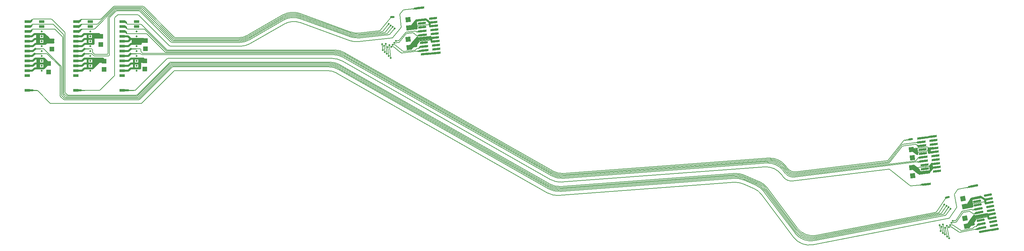
<source format=gbr>
*
G4_C Author: OrCAD GerbTool(tm) 8.1.1 Thu Jun 19 01:37:11 2003*
G4 Mass Parameters *
G4 Image *
G4 Aperture Definitions *
G4 Plot Data *
G4 Mass Parameters *
G4 Image *
G4 Aperture Definitions *
G4 Plot Data *
G4 Mass Parameters *
G4 Image *
G4 Aperture Definitions *
G4 Plot Data *
G4 Mass Parameters *
G4 Image *
G4 Aperture Definitions *
G4 Plot Data *
G4 Mass Parameters *
G4 Image *
G4 Aperture Definitions *
G4 Plot Data *
G4 Mass Parameters *
G4 Image *
G4 Aperture Definitions *
G4 Plot Data *
G4 Mass Parameters *
G4 Image *
G4 Aperture Definitions *
G4 Plot Data *
G4 Mass Parameters *
G4 Image *
G4 Aperture Definitions *
G4 Plot Data *
%LPD*%
%FSLAX34Y34*%
%MOIN*%
%AD*%
%AMD25R98*
20,1,0.025000,0.000000,-0.035000,0.000000,0.035000,98.600000*
%
%AMD10R98*
20,1,0.050000,-0.025000,0.000000,0.025000,0.000000,98.600000*
%
%AMD25R98N2*
20,1,0.025000,0.000000,-0.035000,0.000000,0.035000,98.600000*
%
%AMD10R98N2*
20,1,0.050000,-0.025000,0.000000,0.025000,0.000000,98.600000*
%
%AMD25R86*
20,1,0.025000,0.000000,-0.035000,0.000000,0.035000,86.080000*
%
%AMD10R86*
20,1,0.050000,-0.025000,0.000000,0.025000,0.000000,86.080000*
%
%AMD16R5*
20,1,0.025000,-0.035000,0.000000,0.035000,0.000000,5.450000*
%
%AMD10R5*
20,1,0.050000,-0.025000,0.000000,0.025000,0.000000,5.450000*
%
%AMD16R5N2*
20,1,0.025000,-0.035000,0.000000,0.035000,0.000000,5.450000*
%
%AMD10R5N2*
20,1,0.050000,-0.025000,0.000000,0.025000,0.000000,5.450000*
%
%AMD31R3*
20,1,0.025000,0.034920,-0.002390,-0.034920,0.002390,3.950000*
%
%AMD32R3*
20,1,0.050000,-0.001710,-0.024940,0.001710,0.024940,3.950000*
%
%AMD31R3N2*
20,1,0.025000,0.034920,-0.002390,-0.034920,0.002390,3.910000*
%
%AMD32R3N2*
20,1,0.050000,-0.001710,-0.024940,0.001710,0.024940,3.910000*
%
%AMD31R3N3*
20,1,0.025000,0.034920,-0.002390,-0.034920,0.002390,3.920000*
%
%AMD32R3N3*
20,1,0.050000,-0.001710,-0.024940,0.001710,0.024940,3.920000*
%
%AMD29R94*
20,1,0.022000,0.000000,-0.040000,0.000000,0.040000,94.300000*
%
%AMD42R94*
20,1,0.050000,-0.025000,0.000000,0.025000,0.000000,94.300000*
%
%AMD29R94N2*
20,1,0.022000,0.000000,-0.040000,0.000000,0.040000,94.000000*
%
%AMD42R94N2*
20,1,0.050000,-0.025000,0.000000,0.025000,0.000000,94.000000*
%
%AMD43R1*
20,1,0.022000,0.039890,0.003000,-0.039890,-0.003000,1.000000*
%
%AMD44R1*
20,1,0.050000,0.001870,-0.024930,-0.001870,0.024930,1.000000*
%
%AMD47R1*
20,1,0.022000,0.039830,0.003700,-0.039830,-0.003700,1.000000*
%
%AMD48R1*
20,1,0.050000,0.002300,-0.024890,-0.002300,0.024890,1.000000*
%
%AMD49R1*
20,1,0.022000,0.039760,0.004390,-0.039760,-0.004390,1.000000*
%
%AMD50R1*
20,1,0.050000,0.002730,-0.024850,-0.002730,0.024850,1.000000*
%
%AMD45R1*
20,1,0.022000,0.039900,0.002790,-0.039900,-0.002790,1.000000*
%
%AMD46R1*
20,1,0.050000,0.001740,-0.024940,-0.001740,0.024940,1.000000*
%
%AMD53R1*
20,1,0.022000,0.039850,0.003490,-0.039850,-0.003490,1.000000*
%
%AMD54R1*
20,1,0.050000,0.002170,-0.024910,-0.002170,0.024910,1.000000*
%
%AMD55R1*
20,1,0.022000,0.039780,0.004180,-0.039780,-0.004180,1.000000*
%
%AMD56R1*
20,1,0.050000,0.002600,-0.024870,-0.002600,0.024870,1.000000*
%
%AMD57R1*
20,1,0.022000,0.039700,0.004870,-0.039700,-0.004870,1.000000*
%
%AMD58R1*
20,1,0.050000,0.003030,-0.024820,-0.003030,0.024820,1.000000*
%
%AMD59R1*
20,1,0.022000,0.039610,0.005560,-0.039610,-0.005560,1.000000*
%
%AMD60R1*
20,1,0.050000,0.003460,-0.024760,-0.003460,0.024760,1.000000*
%
%AMD61R1*
20,1,0.022000,0.039510,0.006250,-0.039510,-0.006250,1.000000*
%
%AMD62R1*
20,1,0.050000,0.003890,-0.024700,-0.003890,0.024700,1.000000*
%
%AMD63R1*
20,1,0.022000,0.039390,0.006940,-0.039390,-0.006940,1.000000*
%
%AMD64R1*
20,1,0.050000,0.004320,-0.024630,-0.004320,0.024630,1.000000*
%
%AMD65R359*
20,1,0.022000,0.039260,0.007630,-0.039260,-0.007630,359.000000*
%
%AMD66R359*
20,1,0.050000,0.004750,-0.024550,-0.004750,0.024550,359.000000*
%
%AMD67R359*
20,1,0.022000,0.039390,0.006940,-0.039390,-0.006940,359.000000*
%
%AMD68R359*
20,1,0.050000,0.004320,-0.024630,-0.004320,0.024630,359.000000*
%
%AMD69R359*
20,1,0.022000,0.039510,0.006250,-0.039510,-0.006250,359.000000*
%
%AMD70R359*
20,1,0.050000,0.003890,-0.024700,-0.003890,0.024700,359.000000*
%
%AMD71R359*
20,1,0.022000,0.039610,0.005560,-0.039610,-0.005560,359.000000*
%
%AMD72R359*
20,1,0.050000,0.003460,-0.024760,-0.003460,0.024760,359.000000*
%
%AMD73R359*
20,1,0.022000,0.039700,0.004870,-0.039700,-0.004870,359.000000*
%
%AMD74R359*
20,1,0.050000,0.003030,-0.024820,-0.003030,0.024820,359.000000*
%
%AMD29R98*
20,1,0.022000,0.000000,-0.040000,0.000000,0.040000,98.100000*
%
%AMD42R98*
20,1,0.050000,-0.025000,0.000000,0.025000,0.000000,98.100000*
%
%AMD29R97*
20,1,0.022000,0.000000,-0.040000,0.000000,0.040000,97.000000*
%
%AMD42R97*
20,1,0.050000,-0.025000,0.000000,0.025000,0.000000,97.000000*
%
%AMD29R98N2*
20,1,0.022000,0.000000,-0.040000,0.000000,0.040000,98.000000*
%
%AMD42R98N2*
20,1,0.050000,-0.025000,0.000000,0.025000,0.000000,98.000000*
%
%AMD81R1*
20,1,0.022000,0.039610,0.005570,-0.039610,-0.005570,1.000000*
%
%AMD82R1*
20,1,0.050000,0.003480,-0.024760,-0.003480,0.024760,1.000000*
%
%AMD83R1*
20,1,0.022000,0.039510,0.006260,-0.039510,-0.006260,1.000000*
%
%AMD84R1*
20,1,0.050000,0.003910,-0.024700,-0.003910,0.024700,1.000000*
%
%AMD85R1*
20,1,0.022000,0.039390,0.006950,-0.039390,-0.006950,1.000000*
%
%AMD86R1*
20,1,0.050000,0.004340,-0.024630,-0.004340,0.024630,1.000000*
%
%AMD29R95*
20,1,0.022000,0.000000,-0.040000,0.000000,0.040000,95.000000*
%
%AMD42R95*
20,1,0.050000,-0.025000,0.000000,0.025000,0.000000,95.000000*
%
%AMD89R1*
20,1,0.022000,0.039850,0.003490,-0.039850,-0.003490,1.000000*
%
%AMD90R1*
20,1,0.050000,0.002180,-0.024900,-0.002180,0.024900,1.000000*
%
%ADD10R,0.050000X0.050000*%
%ADD11C,0.006000*%
%ADD12C,0.019000*%
%ADD13C,0.007900*%
%ADD14C,0.005000*%
%ADD15C,0.000800*%
%ADD16R,0.070000X0.025000*%
%ADD17R,0.068000X0.023000*%
%ADD18C,0.006000*%
%ADD19C,0.009800*%
%ADD20C,0.010000*%
%ADD21C,0.030000*%
%ADD22C,0.060000*%
%ADD23C,0.035000*%
%ADD24C,0.055000*%
%ADD25R,0.025000X0.070000*%
%ADD26D25R98*%
%ADD27R,0.029000X0.058000*%
%ADD28R,0.031000X0.060000*%
%ADD29R,0.022000X0.080000*%
%ADD30R,0.024000X0.082000*%
%ADD31R,0.030000X0.030000*%
%ADD32D10R86*%
%ADD33D16R5*%
%ADD34D10R5*%
%ADD35D16R5N2*%
%ADD36D10R5N2*%
%ADD37D31R3*%
%ADD38D32R3*%
%ADD39R,0.070000X0.025000*%
%ADD40D32R3N2*%
%ADD41R,0.070000X0.025000*%
%ADD42R,0.050000X0.050000*%
%ADD43D29R94*%
%ADD44D42R94*%
%ADD45D29R94N2*%
%ADD46D42R94N2*%
%ADD47D43R1*%
%ADD48D44R1*%
%ADD49D47R1*%
%ADD50D48R1*%
%ADD51D49R1*%
%ADD52D50R1*%
%ADD53D45R1*%
%ADD54D46R1*%
%ADD55D53R1*%
%ADD56D54R1*%
%ADD57D55R1*%
%ADD58D56R1*%
%ADD59D57R1*%
%ADD60D58R1*%
%ADD61D59R1*%
%ADD62D60R1*%
%ADD63D61R1*%
%ADD64D62R1*%
%ADD65D63R1*%
%ADD66D64R1*%
%ADD67D65R359*%
%ADD68D66R359*%
%ADD69D67R359*%
%ADD70D68R359*%
%ADD71D69R359*%
%ADD72D70R359*%
%ADD73D71R359*%
%ADD74D72R359*%
%ADD75D73R359*%
%ADD76D74R359*%
%ADD77D29R98*%
%ADD78D42R98*%
%ADD79D29R97*%
%ADD80D42R97*%
%ADD81D29R98N2*%
%ADD82D42R98N2*%
%ADD83D81R1*%
%ADD84D82R1*%
%ADD85D83R1*%
%ADD86D84R1*%
%ADD87D85R1*%
%ADD88D86R1*%
%ADD89D29R95*%
%ADD90D42R95*%
%ADD91D89R1*%
%ADD92D90R1*%
%ADD256R,0.058000X0.029000*%
G4_C OrCAD GerbTool Tool List *
G54D20*
G1X11511Y31881D2*
G1X11002Y31881D1*
G1X12194Y34141D2*
G54D12*
G1X12194Y34614D1*
G1X12194Y34259D2*
G1X12194Y34731D1*
G1X12247Y36636D2*
G1X12248Y37110D1*
G1X12165Y36131D2*
G54D11*
G1X11577Y36130D1*
G1X12265Y36031D2*
G75*
G3X12165Y36131I-100J0D1*
G74*
G1X11660Y31881D2*
G1X11398Y31881D1*
G1X11730Y31910D2*
G75*
G2X11660Y31881I-71J71D1*
G74*
G1X6202Y31879D2*
G54D12*
G1X5651Y31879D1*
G1X8044Y31882D2*
G54D11*
G1X6400Y31881D1*
G1X8114Y31911D2*
G75*
G2X8044Y31882I-71J71D1*
G74*
G1X6101Y31879D2*
G54D20*
G1X6542Y31879D1*
G1X1302Y31881D2*
G54D12*
G1X753Y31881D1*
G1X1712Y31881D2*
G54D20*
G1X1203Y31881D1*
G1X1782Y31850D2*
G75*
G54D11*
G3X1712Y31881I-71J-71D1*
G74*
G1X10942Y37381D2*
G54D12*
G1X10366Y37380D1*
G1X10497Y36380D2*
G1X10992Y36380D1*
G1X11243Y36632D1*
G1X10504Y35879D2*
G1X11003Y35879D1*
G1X10989Y34882D2*
G1X10442Y34882D1*
G1X10441Y34382D2*
G1X10988Y34382D1*
G1X11239Y34632D1*
G1X10975Y35381D2*
G1X11226Y35632D1*
G1X11240Y35132D2*
G1X10989Y34882D1*
G1X11230Y34132D2*
G1X10982Y33882D1*
G1X11003Y35879D2*
G1X11256Y36132D1*
G1X10987Y36884D2*
G1X10414Y36884D1*
G1X11235Y37132D2*
G1X10987Y36884D1*
G1X9600Y39239D2*
G75*
G54D11*
G2X9630Y39310I100J0D1*
G74*
G1X6302Y39124D2*
G1X6172Y39018D1*
G1X6242Y37378D2*
G54D12*
G1X6494Y37630D1*
G1X6291Y36378D2*
G1X6542Y36630D1*
G1X6288Y34380D2*
G1X6538Y34629D1*
G1X6274Y35380D2*
G1X6524Y35630D1*
G1X6538Y35129D2*
G1X6289Y34880D1*
G1X6529Y34130D2*
G1X6280Y33880D1*
G1X6524Y35630D2*
G54D20*
G1X7001Y35629D1*
G1X6302Y35878D2*
G54D12*
G1X6556Y36131D1*
G1X6556Y36130D2*
G54D20*
G1X7002Y36130D1*
G1X7803Y34630D2*
G54D12*
G1X6555Y34630D1*
G1X7854Y34629D2*
G1X7353Y34130D1*
G1X6529Y34130D1*
G1X6534Y37130D2*
G1X6287Y36881D1*
G1X7827Y34681D2*
G1X7377Y35130D1*
G1X7461Y37130D2*
G1X6534Y37130D1*
G1X6494Y37630D2*
G1X7461Y37630D1*
G1X7462Y36630D2*
G1X6542Y36630D1*
G1X8210Y34983D2*
G1X7709Y34484D1*
G1X6162Y38500D2*
G54D11*
G1X6298Y38612D1*
G75*
G2X6361Y38634I63J-78D1*
G74*
G1X6274Y38092D2*
G1X6167Y38005D1*
G1X6338Y38116D2*
G75*
G3X6274Y38092I0J-100D1*
G74*
G1X7225Y35630D2*
G1X6776Y35630D1*
G1X7297Y35600D2*
G75*
G3X7225Y35630I-71J-71D1*
G74*
G1X7369Y35741D2*
G75*
G2X7340Y35811I71J71D1*
G74*
G1X7340Y36029D1*
G1X7240Y36130D2*
G1X6776Y36130D1*
G1X7340Y36029D2*
G75*
G3X7240Y36130I-100J0D1*
G74*
G1X7535Y35574D2*
G1X7369Y35741D1*
G1X7606Y35544D2*
G75*
G2X7535Y35574I0J100D1*
G74*
G1X7487Y35409D2*
G1X7297Y35600D1*
G1X7558Y35380D2*
G75*
G2X7487Y35409I0J100D1*
G74*
G1X1016Y37775D2*
G1X1146Y37881D1*
G1X1016Y37988D1*
G1X1036Y37959D2*
G1X1036Y37805D1*
G1X1074Y37936D2*
G1X1073Y37827D1*
G1X1021Y37882D2*
G1X1146Y37881D1*
G1X1016Y38275D2*
G1X1146Y38382D1*
G1X1037Y38459D2*
G1X1036Y38305D1*
G1X1073Y38436D2*
G1X1074Y38328D1*
G1X1021Y38382D2*
G1X1146Y38382D1*
G1X1038Y38959D2*
G1X1037Y38805D1*
G1X1074Y38936D2*
G1X1075Y38828D1*
G1X1023Y38881D2*
G1X1147Y38882D1*
G1X1213Y38537D2*
G75*
G2X1312Y38637I100J0D1*
G74*
G1X1213Y38481D2*
G1X1213Y38537D1*
G1X1112Y38382D2*
G75*
G3X1213Y38481I0J100D1*
G74*
G1X1021Y37882D2*
G1X1146Y37881D1*
G1X1212Y38036D2*
G75*
G2X1312Y38136I100J0D1*
G74*
G1X1213Y37982D2*
G1X1212Y38036D1*
G1X1112Y37882D2*
G75*
G3X1213Y37982I0J100D1*
G74*
G1X1146Y38882D2*
G1X1016Y38988D1*
G1X1022Y38882D2*
G1X1146Y38882D1*
G1X1112Y38881D2*
G75*
G3X1212Y38982I0J100D1*
G74*
G1X1144Y38381D2*
G1X1015Y38488D1*
G1X1061Y38427D2*
G1X1186Y38426D1*
G1X1065Y38462D2*
G1X1190Y38462D1*
G1X1112Y38501D2*
G1X1242Y38607D1*
G1X1070Y38436D2*
G1X1200Y38542D1*
G1X1001Y38487D2*
G1X1125Y38486D1*
G1X1079Y38409D2*
G1X1209Y38515D1*
G1X1014Y38988D2*
G1X1140Y38988D1*
G1X1054Y38928D2*
G1X1178Y38928D1*
G1X1056Y38967D2*
G1X1181Y38966D1*
G1X1210Y39039D2*
G1X1080Y38932D1*
G1X1203Y38998D2*
G1X1073Y38892D1*
G1X1188Y38973D2*
G1X1058Y38867D1*
G1X1053Y38453D2*
G1X1183Y38560D1*
G1X1117Y38006D2*
G1X1247Y38112D1*
G1X1036Y37940D2*
G1X1166Y38046D1*
G1X977Y37987D2*
G1X1101Y37987D1*
G1X1069Y37926D2*
G1X1194Y37926D1*
G1X1072Y37959D2*
G1X1197Y37959D1*
G1X1076Y37986D2*
G1X1201Y37985D1*
G1X1071Y37927D2*
G1X1201Y38034D1*
G1X1212Y38982D2*
G1X1212Y39042D1*
G75*
G2X1313Y39142I100J0D1*
G74*
G1X1254Y39125D2*
G1X1124Y39019D1*
G1X1198Y39080D2*
G1X1068Y38974D1*
G1X1193Y37379D2*
G54D12*
G1X616Y37380D1*
G1X1193Y37379D2*
G1X1445Y37631D1*
G1X1085Y38941D2*
G54D11*
G1X1213Y39070D1*
G1X746Y36379D2*
G54D12*
G1X1242Y36379D1*
G1X754Y35879D2*
G1X1254Y35879D1*
G1X692Y33881D2*
G1X1192Y33881D1*
G1X1240Y34881D2*
G1X692Y34880D1*
G1X692Y34381D2*
G1X1238Y34381D1*
G1X692Y35381D2*
G1X1226Y35381D1*
G1X1475Y35631D1*
G1X1481Y34131D2*
G1X1231Y33881D1*
G1X1237Y36882D2*
G1X665Y36883D1*
G1X1485Y37131D2*
G1X1237Y36882D1*
G1X1028Y38785D2*
G54D11*
G1X1158Y38892D1*
G1X1606Y36131D2*
G54D20*
G1X2052Y36130D1*
G1X2905Y34631D2*
G54D12*
G1X2405Y34131D1*
G1X2877Y34681D2*
G1X2428Y35131D1*
G1X1291Y36379D2*
G1X1543Y36631D1*
G1X1287Y34381D2*
G1X1538Y34631D1*
G1X1538Y35130D2*
G1X1289Y34881D1*
G1X1303Y35879D2*
G1X1555Y36132D1*
G1X14950Y36001D2*
G75*
G54D11*
G2X14880Y36030I0J100D1*
G74*
G1X14878Y35881D2*
G75*
G2X14808Y35910I0J100D1*
G74*
G1X14797Y35761D2*
G75*
G2X14727Y35790I0J100D1*
G74*
G1X14932Y35112D2*
G1X11730Y31910D1*
G1X15002Y35141D2*
G75*
G3X14932Y35112I0J-100D1*
G74*
G1X15243Y34761D2*
G75*
G3X15173Y34732I0J-100D1*
G74*
G1X15231Y34612D2*
G75*
G2X15301Y34641I71J-71D1*
G74*
G1X15358Y34521D2*
G75*
G3X15288Y34492I0J-100D1*
G74*
G1X15351Y34372D2*
G75*
G2X15421Y34401I71J-71D1*
G74*
G1X15495Y34281D2*
G75*
G3X15425Y34252I0J-100D1*
G74*
G1X15620Y33872D2*
G75*
G2X15690Y33901I71J-71D1*
G74*
G1X9735Y39949D2*
G75*
G2X9805Y39978I71J-71D1*
G74*
G1X9661Y40069D2*
G75*
G2X9731Y40098I71J-71D1*
G74*
G1X9598Y40189D2*
G75*
G2X9668Y40218I71J-71D1*
G74*
G1X9541Y40309D2*
G75*
G2X9611Y40338I71J-71D1*
G74*
G1X9484Y40429D2*
G75*
G2X9554Y40458I71J-71D1*
G74*
G1X9630Y39310D2*
G1X9886Y39567D1*
G75*
G2X9956Y39596I71J-71D1*
G74*
G1X12126Y30951D2*
G1X15425Y34252D1*
G1X12056Y30922D2*
G75*
G3X12126Y30951I0J100D1*
G74*
G1X15351Y34372D2*
G1X12051Y31071D1*
G75*
G2X11981Y31042I-71J71D1*
G74*
G1X11988Y31191D2*
G1X15288Y34492D1*
G1X11918Y31162D2*
G75*
G3X11988Y31191I0J100D1*
G74*
G1X15231Y34612D2*
G1X11931Y31311D1*
G75*
G2X11861Y31282I-71J71D1*
G74*
G1X11873Y31431D2*
G1X15173Y34732D1*
G1X11803Y31402D2*
G75*
G3X11873Y31431I0J100D1*
G74*
G1X11803Y31402D2*
G1X4854Y31402D1*
G75*
G2X4784Y31431I0J100D1*
G74*
G1X4755Y31282D2*
G1X11861Y31282D1*
G1X4684Y31311D2*
G75*
G3X4755Y31282I71J71D1*
G74*
G1X11918Y31162D2*
G1X4657Y31162D1*
G75*
G2X4586Y31191I0J100D1*
G74*
G1X4582Y31042D2*
G1X11981Y31042D1*
G1X4512Y31071D2*
G75*
G3X4582Y31042I71J71D1*
G74*
G1X12056Y30922D2*
G1X4483Y30922D1*
G75*
G2X4413Y30951I0J100D1*
G74*
G1X4099Y31265D1*
G1X4070Y31335D2*
G75*
G3X4099Y31265I100J0D1*
G74*
G1X4512Y31071D2*
G1X4219Y31364D1*
G75*
G2X4190Y31434I71J71D1*
G74*
G1X4586Y31191D2*
G1X4339Y31440D1*
G75*
G2X4310Y31510I71J71D1*
G74*
G1X4459Y31538D2*
G1X4684Y31311D1*
G1X4430Y31608D2*
G75*
G3X4459Y31538I100J0D1*
G74*
G1X4784Y31431D2*
G1X4582Y31633D1*
G75*
G2X4553Y31703I71J71D1*
G74*
G1X4070Y31335D2*
G1X4070Y34240D1*
G75*
G3X4041Y34310I-100J0D1*
G74*
G1X4190Y31434D2*
G1X4190Y34290D1*
G75*
G3X4161Y34360I-100J0D1*
G74*
G1X4041Y34310D2*
G1X2748Y35602D1*
G1X2678Y35631D2*
G1X1828Y35631D1*
G1X2748Y35602D2*
G75*
G3X2678Y35631I-71J-71D1*
G74*
G1X4161Y34360D2*
G1X2419Y36102D1*
G1X2349Y36131D2*
G1X1827Y36131D1*
G1X2419Y36102D2*
G75*
G3X2349Y36131I-71J-71D1*
G74*
G1X4310Y31510D2*
G1X4310Y37285D1*
G75*
G3X4281Y37355I-100J0D1*
G74*
G1X4430Y31608D2*
G1X4430Y37505D1*
G75*
G3X4401Y37575I-100J0D1*
G74*
G1X4553Y31703D2*
G1X4553Y37741D1*
G75*
G3X4524Y37811I-100J0D1*
G74*
G1X4281Y37355D2*
G1X3530Y38107D1*
G75*
G3X3460Y38136I-71J-71D1*
G74*
G1X4401Y37575D2*
G1X3370Y38607D1*
G75*
G3X3300Y38636I-71J-71D1*
G74*
G1X4524Y37811D2*
G1X3223Y39112D1*
G75*
G3X3153Y39141I-71J-71D1*
G74*
G1X2405Y34131D2*
G54D12*
G1X1481Y34131D1*
G1X2854Y34631D2*
G1X1521Y34631D1*
G1X2428Y35131D2*
G1X1521Y35130D1*
G1X2152Y35631D2*
G54D20*
G1X1521Y35631D1*
G1X2513Y37131D2*
G54D12*
G1X1485Y37131D1*
G1X3300Y38636D2*
G54D11*
G1X1312Y38636D1*
G1X3153Y39141D2*
G1X1313Y39141D1*
G1X3460Y38136D2*
G1X1311Y38136D1*
G1X1782Y31850D2*
G1X3062Y30571D1*
G75*
G3X3132Y30542I71J71D1*
G74*
G1X12251Y30542D1*
G1X12321Y30571D2*
G1X15620Y33872D1*
G1X12251Y30542D2*
G75*
G3X12321Y30571I0J100D1*
G74*
G1X8114Y31911D2*
G1X9571Y33368D1*
G1X9600Y33438D2*
G1X9600Y39239D1*
G1X9571Y33368D2*
G75*
G3X9600Y33438I-71J71D1*
G74*
G1X5642Y33880D2*
G54D12*
G1X6241Y33880D1*
G1X5640Y34380D2*
G1X6288Y34380D1*
G1X6289Y34880D2*
G1X5641Y34879D1*
G1X5641Y35380D2*
G1X6274Y35380D1*
G1X5703Y35878D2*
G1X6302Y35878D1*
G1X5695Y36378D2*
G1X6291Y36378D1*
G1X6242Y37378D2*
G1X5565Y37379D1*
G1X6287Y36881D2*
G1X5613Y36882D1*
G1X6100Y37892D2*
G54D11*
G1X5970Y37997D1*
G1X5970Y37786D2*
G1X6100Y37892D1*
G1X5975Y37892D1*
G1X5990Y37969D2*
G1X5990Y37814D1*
G1X6100Y37892D2*
G1X5975Y37892D1*
G1X6023Y37936D2*
G1X6149Y37936D1*
G1X6066Y37892D2*
G75*
G3X6167Y37992I0J100D1*
G74*
G1X6030Y37996D2*
G1X6155Y37996D1*
G1X6025Y37938D2*
G1X6155Y38044D1*
G1X6166Y38033D2*
G1X6166Y38088D1*
G1X6188Y38111D2*
G1X5990Y37950D1*
G1X6028Y37946D2*
G1X6028Y37838D1*
G1X6026Y37969D2*
G1X6151Y37969D1*
G1X6250Y38134D2*
G75*
G3X6188Y38111I0J-101D1*
G74*
G1X6167Y37992D2*
G1X6167Y38047D1*
G1X6394Y38134D2*
G1X6250Y38134D1*
G1X5932Y37978D2*
G1X6045Y38031D1*
G1X6032Y38025D2*
G1X6145Y38077D1*
G1X6100Y38392D2*
G1X5970Y38497D1*
G1X5970Y38286D2*
G1X6100Y38392D1*
G1X5975Y38392D1*
G1X5990Y38469D2*
G1X5990Y38314D1*
G1X6100Y38392D2*
G1X5975Y38392D1*
G1X6023Y38436D2*
G1X6149Y38436D1*
G1X6066Y38392D2*
G75*
G3X6167Y38492I0J100D1*
G74*
G1X6030Y38496D2*
G1X6155Y38496D1*
G1X6025Y38438D2*
G1X6155Y38544D1*
G1X6166Y38533D2*
G1X6166Y38588D1*
G1X6188Y38611D2*
G1X5990Y38450D1*
G1X6028Y38446D2*
G1X6028Y38338D1*
G1X6026Y38469D2*
G1X6151Y38469D1*
G1X6250Y38634D2*
G75*
G3X6188Y38611I0J-101D1*
G74*
G1X6167Y38492D2*
G1X6167Y38547D1*
G1X6394Y38634D2*
G1X6250Y38634D1*
G1X5932Y38479D2*
G1X6045Y38531D1*
G1X6032Y38525D2*
G1X6145Y38578D1*
G1X6102Y38891D2*
G1X5972Y38996D1*
G1X5972Y38785D2*
G1X6102Y38891D1*
G1X5977Y38891D1*
G1X5992Y38968D2*
G1X5992Y38813D1*
G1X6102Y38891D2*
G1X5977Y38891D1*
G1X6025Y38935D2*
G1X6151Y38935D1*
G1X6068Y38891D2*
G75*
G3X6169Y38991I0J100D1*
G74*
G1X6032Y38995D2*
G1X6157Y38995D1*
G1X6027Y38937D2*
G1X6157Y39043D1*
G1X6168Y39032D2*
G1X6168Y39087D1*
G1X6190Y39110D2*
G1X5992Y38949D1*
G1X6030Y38945D2*
G1X6030Y38837D1*
G1X6028Y38968D2*
G1X6153Y38968D1*
G1X6252Y39133D2*
G75*
G3X6190Y39110I0J-101D1*
G74*
G1X6169Y38991D2*
G1X6169Y39046D1*
G1X6396Y39133D2*
G1X6252Y39133D1*
G1X5934Y38977D2*
G1X6047Y39030D1*
G1X6034Y39024D2*
G1X6147Y39076D1*
G1X6108Y38489D2*
G1X6244Y38601D1*
G1X6126Y38012D2*
G1X6262Y38124D1*
G1X12248Y36631D2*
G54D12*
G1X11243Y36631D1*
G1X11257Y36130D2*
G54D20*
G1X11803Y36131D1*
G1X11226Y35631D2*
G1X11803Y35631D1*
G1X12509Y35131D2*
G54D12*
G1X11240Y35131D1*
G1X12194Y34631D2*
G1X11256Y34631D1*
G1X12194Y34131D2*
G1X11230Y34131D1*
G1X12193Y35631D2*
G54D11*
G1X11546Y35631D1*
G1X12263Y35602D2*
G75*
G3X12193Y35631I-71J-71D1*
G74*
G1X12263Y35602D2*
G1X12315Y35550D1*
G1X12315Y35550D2*
G75*
G3X12385Y35521I71J71D1*
G74*
G1X12265Y35878D2*
G1X12265Y36031D1*
G1X12294Y35807D2*
G75*
G2X12265Y35878I71J71D1*
G74*
G1X12294Y35807D2*
G1X12431Y35670D1*
G1X12431Y35670D2*
G75*
G3X12501Y35641I71J71D1*
G74*
G1X10442Y35381D2*
G54D12*
G1X10975Y35381D1*
G1X10442Y33881D2*
G1X10943Y33881D1*
G1X11002Y31881D2*
G1X10452Y31881D1*
G1X11812Y36379D3*
G1X11811Y35879D3*
G1X11811Y34380D3*
G1X11810Y35380D3*
G1X11810Y34880D3*
G1X11811Y33879D3*
G1X11810Y37880D3*
G54D256*
G1X11810Y38380D3*
G1X11812Y38880D3*
G1X10341Y38382D3*
G1X10340Y37881D3*
G1X10340Y37382D3*
G1X10340Y36882D3*
G1X10340Y36381D3*
G1X10341Y35881D3*
G1X10341Y35381D3*
G1X10340Y34880D3*
G1X10341Y34381D3*
G1X10340Y33882D3*
G1X10341Y33381D3*
G1X10340Y31881D3*
G1X10341Y38881D3*
G1X12509Y36813D2*
G54D12*
G1X12121Y36813D1*
G1X12516Y36989D2*
G1X12121Y36989D1*
G1X11810Y37380D3*
G1X12508Y37129D2*
G1X11235Y37129D1*
G54D42*
G1X12648Y34060D3*
G1X12649Y34900D3*
G1X12725Y36124D3*
G1X12726Y36964D3*
G54D12*
G1X7123Y36379D3*
G1X7122Y35879D3*
G1X7122Y34380D3*
G1X7122Y36879D3*
G1X7121Y37380D3*
G1X7121Y35380D3*
G1X7121Y34880D3*
G1X7122Y33879D3*
G54D256*
G1X5652Y38382D3*
G1X5651Y37881D3*
G1X5651Y37382D3*
G1X5651Y36882D3*
G1X5651Y36381D3*
G1X5652Y35881D3*
G1X5652Y35381D3*
G1X5651Y34880D3*
G1X5652Y34381D3*
G1X5651Y33882D3*
G1X5652Y33381D3*
G1X5651Y31881D3*
G1X5652Y38881D3*
G1X7121Y38880D3*
G1X7121Y38380D3*
G54D12*
G1X7121Y37880D3*
G1X9598Y40189D2*
G54D11*
G1X7573Y38163D1*
G1X7503Y38134D2*
G1X6338Y38134D1*
G1X7573Y38163D2*
G75*
G2X7503Y38134I-71J71D1*
G74*
G1X6361Y38634D2*
G1X7826Y38634D1*
G1X7896Y38663D2*
G1X9541Y40309D1*
G1X7826Y38634D2*
G75*
G3X7896Y38663I0J100D1*
G74*
G1X9484Y40429D2*
G1X8216Y39162D1*
G1X8146Y39133D2*
G1X6361Y39133D1*
G1X8216Y39162D2*
G75*
G2X8146Y39133I-71J71D1*
G74*
G1X6868Y37097D2*
G54D12*
G1X6868Y37570D1*
G1X6868Y36655D2*
G1X6868Y37128D1*
G1X7377Y36660D2*
G1X7377Y37133D1*
G1X7377Y37067D2*
G1X7377Y37540D1*
G1X5956Y37960D2*
G54D11*
G1X5956Y37805D1*
G1X5941Y37922D2*
G1X5941Y37767D1*
G1X5954Y38458D2*
G1X5954Y38303D1*
G1X5941Y38422D2*
G1X5941Y38267D1*
G1X5951Y38954D2*
G1X5951Y38799D1*
G1X5941Y38922D2*
G1X5941Y38767D1*
G1X6255Y39137D2*
G1X6125Y39031D1*
G1X8818Y35545D2*
G1X7606Y35545D1*
G1X8918Y35645D2*
G75*
G2X8818Y35545I-100J0D1*
G74*
G1X7558Y35380D2*
G1X8969Y35380D1*
G75*
G3X9069Y35480I0J100D1*
G74*
G1X9068Y39240D1*
G1X9097Y39311D2*
G1X9735Y39949D1*
G1X9068Y39240D2*
G75*
G2X9097Y39311I100J0D1*
G74*
G1X8918Y35645D2*
G1X8918Y39284D1*
G1X8947Y39355D2*
G1X9661Y40069D1*
G1X8918Y39284D2*
G75*
G2X8947Y39355I100J0D1*
G74*
G54D42*
G1X8517Y34006D3*
G1X8518Y34846D3*
G1X8006Y37630D2*
G54D12*
G1X7436Y37630D1*
G1X7461Y36630D2*
G1X7461Y37619D1*
G1X7395Y36989D2*
G1X7451Y36989D1*
G1X7451Y36812D2*
G1X7395Y36812D1*
G1X8013Y37458D2*
G1X7443Y37458D1*
G1X8019Y37271D2*
G1X7449Y37271D1*
G54D42*
G1X8186Y36548D3*
G1X8187Y37388D3*
G54D12*
G1X2194Y36378D3*
G1X2193Y35878D3*
G1X2193Y34379D3*
G1X2193Y36878D3*
G1X2192Y37379D3*
G1X2192Y35379D3*
G1X2192Y34879D3*
G1X2193Y33878D3*
G1X2192Y37879D3*
G54D256*
G1X2192Y38379D3*
G1X2194Y38879D3*
G1X722Y38381D3*
G1X721Y37880D3*
G1X721Y37381D3*
G1X721Y36881D3*
G1X721Y36380D3*
G1X722Y35880D3*
G1X722Y35380D3*
G1X721Y34879D3*
G1X722Y34380D3*
G1X721Y33881D3*
G1X722Y33380D3*
G1X721Y31879D3*
G1X722Y38880D3*
G1X1485Y37631D2*
G54D12*
G1X2427Y37631D1*
G54D42*
G1X2904Y33771D3*
G1X2905Y34611D3*
G1X3223Y36075D3*
G1X3224Y36915D3*
G1X2518Y37069D2*
G54D12*
G1X3378Y37069D1*
G1X2878Y37181D2*
G1X2429Y37631D1*
G1X3130Y36927D2*
G1X2681Y37377D1*
G1X2518Y36760D2*
G1X3378Y36760D1*
G1X2466Y36924D2*
G1X3326Y36924D1*
G1X3055Y36883D2*
G1X2606Y37333D1*
G1X2612Y36746D2*
G1X2612Y37423D1*
G1X2459Y36631D2*
G1X2459Y37581D1*
G1X2989Y37075D2*
G1X2539Y36631D1*
G1X2521Y36630D2*
G1X1566Y36630D1*
G1X1931Y34153D2*
G1X1931Y35103D1*
G1X1748Y34160D2*
G1X1748Y35110D1*
G1X1913Y36647D2*
G1X1913Y37597D1*
G1X1728Y36633D2*
G1X1728Y37583D1*
G1X2453Y35100D2*
G1X2453Y34201D1*
G1X2611Y34931D2*
G1X2611Y34431D1*
G1X12096Y36715D2*
G1X12096Y37130D1*
G1X11425Y36680D2*
G1X11425Y37130D1*
G1X11206Y37135D2*
G1X10954Y37389D1*
G54D256*
G1X11760Y36963D3*
G1X11739Y36808D3*
G1X10629Y37986D2*
G54D11*
G1X10759Y37880D1*
G1X10629Y37774D1*
G1X10635Y37880D2*
G1X10759Y37880D1*
G1X10635Y37880D1*
G1X10725Y37881D2*
G75*
G2X10825Y37780I0J-100D1*
G74*
G1X10650Y37823D2*
G1X10780Y37716D1*
G1X10589Y37776D2*
G1X10715Y37775D1*
G1X10683Y37836D2*
G1X10807Y37836D1*
G1X10685Y37803D2*
G1X10811Y37803D1*
G1X10690Y37776D2*
G1X10814Y37776D1*
G1X10685Y37834D2*
G1X10815Y37728D1*
G1X10825Y37744D2*
G1X10824Y37689D1*
G1X10825Y37789D2*
G1X10825Y37734D1*
G1X10644Y37940D2*
G1X10644Y37813D1*
G1X10630Y38486D2*
G1X10760Y38380D1*
G1X10634Y38381D1*
G1X10726Y38380D2*
G75*
G2X10825Y38280I0J-100D1*
G74*
G1X10758Y38380D2*
G1X10627Y38274D1*
G1X10675Y38336D2*
G1X10800Y38335D1*
G1X10678Y38300D2*
G1X10803Y38300D1*
G1X10683Y38326D2*
G1X10813Y38220D1*
G1X10613Y38275D2*
G1X10739Y38275D1*
G1X10693Y38353D2*
G1X10823Y38247D1*
G1X10667Y38308D2*
G1X10797Y38202D1*
G1X10824Y38251D2*
G1X10824Y38196D1*
G1X10824Y38294D2*
G1X10824Y38239D1*
G1X10648Y38435D2*
G1X10648Y38308D1*
G1X10635Y38883D2*
G1X10761Y38883D1*
G1X10630Y38989D1*
G1X10760Y38883D2*
G1X10629Y38777D1*
G1X10634Y38883D2*
G1X10760Y38883D1*
G1X10725Y38883D2*
G75*
G2X10825Y38783I0J-100D1*
G74*
G1X10627Y38778D2*
G1X10752Y38777D1*
G1X10666Y38837D2*
G1X10792Y38838D1*
G1X10670Y38798D2*
G1X10794Y38798D1*
G1X10823Y38726D2*
G1X10693Y38832D1*
G1X10817Y38768D2*
G1X10687Y38873D1*
G1X10801Y38792D2*
G1X10671Y38898D1*
G1X10825Y38783D2*
G1X10826Y38723D1*
G1X10810Y38685D2*
G1X10680Y38791D1*
G1X10698Y38824D2*
G1X10826Y38695D1*
G1X10644Y38933D2*
G1X10644Y38806D1*
G1X10730Y37756D2*
G1X10837Y37669D1*
G75*
G3X10900Y37647I63J78D1*
G74*
G1X10726Y38261D2*
G1X10851Y38160D1*
G75*
G3X10914Y38137I63J77D1*
G74*
G1X10736Y38746D2*
G1X10842Y38660D1*
G75*
G3X10905Y38637I63J77D1*
G74*
G1X14727Y35790D2*
G1X12901Y37617D1*
G1X12830Y37647D2*
G1X10900Y37647D1*
G1X12901Y37617D2*
G75*
G3X12830Y37647I-71J-71D1*
G74*
G1X10914Y38137D2*
G1X12540Y38137D1*
G1X12610Y38108D2*
G1X14808Y35910D1*
G1X12540Y38137D2*
G75*
G2X12610Y38108I0J-100D1*
G74*
G1X12194Y34281D2*
G54D12*
G1X12094Y34282D1*
G1X12195Y34444D2*
G1X12095Y34444D1*
G1X12508Y34789D2*
G1X12095Y34789D1*
G1X12095Y34951D2*
G1X12508Y34951D1*
G1X11554Y34135D2*
G1X11554Y34608D1*
G1X11554Y34579D2*
G1X11554Y35051D1*
G1X12094Y34151D2*
G1X12094Y34624D1*
G1X12095Y34574D2*
G1X12095Y35047D1*
G1X6864Y34147D2*
G1X6864Y34620D1*
G1X7621Y34443D2*
G1X7412Y34443D1*
G1X6864Y34620D2*
G1X6864Y35093D1*
G1X8420Y34787D2*
G1X7412Y34787D1*
G1X7412Y34950D2*
G1X8421Y34950D1*
G1X7408Y34220D2*
G1X7408Y34693D1*
G1X7408Y34580D2*
G1X7408Y35053D1*
G1X8420Y35130D2*
G1X6538Y35130D1*
G1X15669Y37300D2*
G75*
G54D11*
G3X15810Y37241I142J141D1*
G74*
G1X15571Y37180D2*
G75*
G3X15712Y37121I142J141D1*
G74*
G1X15617Y37001D2*
G75*
G2X15476Y37060I0J200D1*
G74*
G1X15400Y36940D2*
G75*
G3X15541Y36881I142J142D1*
G74*
G1X15442Y36761D2*
G75*
G2X15301Y36820I0J200D1*
G74*
G1X15136Y36440D2*
G75*
G3X15277Y36381I142J142D1*
G74*
G1X15810Y37241D2*
G75*
G2X15669Y37300I0J200D1*
G74*
G1X9554Y40458D2*
G1X12436Y40458D1*
G1X12578Y40399D2*
G1X15669Y37300D1*
G1X12436Y40458D2*
G75*
G2X12578Y40399I0J-200D1*
G74*
G1X9611Y40338D2*
G1X12337Y40338D1*
G1X12479Y40279D2*
G1X15571Y37180D1*
G1X12337Y40338D2*
G75*
G2X12479Y40279I0J-200D1*
G74*
G1X9668Y40218D2*
G1X12235Y40218D1*
G1X12377Y40159D2*
G1X15476Y37060D1*
G1X12235Y40218D2*
G75*
G2X12377Y40159I0J-200D1*
G74*
G1X9731Y40098D2*
G1X12159Y40098D1*
G1X12301Y40039D2*
G1X15400Y36940D1*
G1X12159Y40098D2*
G75*
G2X12301Y40039I0J-200D1*
G74*
G1X9805Y39978D2*
G1X12060Y39978D1*
G1X12202Y39919D2*
G1X15301Y36820D1*
G1X12060Y39978D2*
G75*
G2X12202Y39919I0J-200D1*
G74*
G1X9956Y39596D2*
G1X11898Y39596D1*
G1X12040Y39537D2*
G1X15136Y36440D1*
G1X11898Y39596D2*
G75*
G2X12040Y39537I0J-200D1*
G74*
G1X10905Y38637D2*
G1X12190Y38637D1*
G1X12332Y38578D2*
G1X14880Y36030D1*
G1X12190Y38637D2*
G75*
G2X12332Y38578I0J-200D1*
G74*
G1X15810Y37241D2*
G1X22124Y37241D1*
G1X22124Y37241D2*
G75*
G3X23124Y37509I0J2008D1*
G74*
G1X22156Y37121D2*
G1X15712Y37121D1*
G1X23156Y37389D2*
G75*
G2X22156Y37121I-1000J1732D1*
G74*
G1X15617Y37001D2*
G1X22188Y37001D1*
G1X22188Y37001D2*
G75*
G3X23188Y37269I0J2008D1*
G74*
G1X22220Y36881D2*
G1X15541Y36881D1*
G1X23220Y37149D2*
G75*
G2X22220Y36881I-1000J1732D1*
G74*
G1X15442Y36761D2*
G1X22252Y36761D1*
G1X22252Y36761D2*
G75*
G3X23252Y37029I0J2008D1*
G74*
G1X22354Y36381D2*
G1X15277Y36381D1*
G1X23354Y36649D2*
G75*
G2X22354Y36381I-1000J1732D1*
G74*
G1X23354Y36649D2*
G1X26781Y38628D1*
G1X26781Y38628D2*
G75*
G2X28465Y38775I1003J-1737D1*
G74*
G1X26745Y39046D2*
G1X23252Y37029D1*
G1X28429Y39193D2*
G75*
G3X26745Y39046I-686J-1885D1*
G74*
G1X23220Y37149D2*
G1X26733Y39177D1*
G1X26733Y39177D2*
G75*
G2X28417Y39325I1003J-1737D1*
G74*
G1X26722Y39309D2*
G1X23188Y37269D1*
G1X28406Y39457D2*
G75*
G3X26722Y39309I-686J-1885D1*
G74*
G1X23156Y37389D2*
G1X26710Y39441D1*
G1X26710Y39441D2*
G75*
G2X28394Y39589I1003J-1737D1*
G74*
G1X26699Y39573D2*
G1X23124Y37509D1*
G1X28383Y39721D2*
G75*
G3X26699Y39573I-686J-1885D1*
G74*
G1X14950Y36001D2*
G1X31923Y36001D1*
G1X31923Y36001D2*
G75*
G2X32914Y35739I0J-1987D1*
G74*
G1X31891Y35881D2*
G1X14878Y35881D1*
G1X32882Y35619D2*
G75*
G3X31891Y35881I-991J-1740D1*
G74*
G1X14797Y35761D2*
G1X31859Y35761D1*
G1X31859Y35761D2*
G75*
G2X32850Y35499I0J-1987D1*
G74*
G1X31828Y35641D2*
G1X12501Y35641D1*
G1X32819Y35379D2*
G75*
G3X31828Y35641I-991J-1740D1*
G74*
G1X12385Y35521D2*
G1X31796Y35521D1*
G1X31796Y35521D2*
G75*
G2X32787Y35259I0J-1987D1*
G74*
G1X31691Y35141D2*
G1X15002Y35141D1*
G1X32682Y34879D2*
G75*
G3X31691Y35141I-991J-1740D1*
G74*
G1X15243Y34761D2*
G1X31469Y34761D1*
G1X31469Y34761D2*
G75*
G2X32460Y34499I0J-1987D1*
G74*
G1X31438Y34641D2*
G1X15301Y34641D1*
G1X32429Y34379D2*
G75*
G3X31438Y34641I-991J-1740D1*
G74*
G1X15358Y34521D2*
G1X31406Y34521D1*
G1X31406Y34521D2*
G75*
G2X32397Y34259I0J-1987D1*
G74*
G1X31374Y34401D2*
G1X15421Y34401D1*
G1X32365Y34139D2*
G75*
G3X31374Y34401I-991J-1740D1*
G74*
G1X15495Y34281D2*
G1X31342Y34281D1*
G1X31342Y34281D2*
G75*
G2X32333Y34019I0J-1987D1*
G74*
G1X31177Y33901D2*
G1X15690Y33901D1*
G1X32168Y33639D2*
G75*
G3X31177Y33901I-991J-1740D1*
G74*
G1X54060Y23677D2*
G1X32914Y35739D1*
G1X55201Y23420D2*
G75*
G2X54060Y23677I-149J1983D1*
G74*
G1X32882Y35619D2*
G1X54034Y23554D1*
G1X54034Y23554D2*
G75*
G3X55175Y23297I983J1725D1*
G74*
G1X54006Y23432D2*
G1X32850Y35499D1*
G1X55147Y23175D2*
G75*
G2X54006Y23432I-149J1983D1*
G74*
G1X32819Y35379D2*
G1X53977Y23310D1*
G1X53977Y23310D2*
G75*
G3X55118Y23053I1000J1755D1*
G74*
G1X53950Y23187D2*
G1X32787Y35259D1*
G1X55091Y22930D2*
G75*
G2X53950Y23187I-149J1983D1*
G74*
G1X32682Y34879D2*
G1X53863Y22797D1*
G1X53863Y22797D2*
G75*
G3X55003Y22540I1000J1756D1*
G74*
G1X53762Y22348D2*
G1X32460Y34499D1*
G1X54903Y22091D2*
G75*
G2X53762Y22348I-149J1983D1*
G74*
G1X32429Y34379D2*
G1X53734Y22226D1*
G1X53734Y22226D2*
G75*
G3X54874Y21969I1000J1755D1*
G74*
G1X53706Y22104D2*
G1X32397Y34259D1*
G1X54847Y21847D2*
G75*
G2X53706Y22104I-149J1983D1*
G74*
G1X32365Y34139D2*
G1X53679Y21981D1*
G1X53679Y21981D2*
G75*
G3X54820Y21724I1000J1755D1*
G74*
G1X53651Y21859D2*
G1X32333Y34019D1*
G1X54791Y21602D2*
G75*
G2X53651Y21859I-149J1983D1*
G74*
G1X32168Y33639D2*
G1X53556Y21439D1*
G1X53556Y21439D2*
G75*
G3X54697Y21182I1000J1755D1*
G74*
G1X72470Y22518D2*
G1X54697Y21182D1*
G1X73411Y22360D2*
G75*
G3X72470Y22518I-800J-1855D1*
G74*
G1X54791Y21602D2*
G1X72471Y22931D1*
G1X72471Y22931D2*
G75*
G2X73412Y22773I149J-1979D1*
G74*
G1X72491Y23053D2*
G1X54820Y21724D1*
G1X73432Y22895D2*
G75*
G3X72491Y23053I-800J-1855D1*
G74*
G1X54847Y21847D2*
G1X72512Y23175D1*
G1X72512Y23175D2*
G75*
G2X73453Y23017I149J-1979D1*
G74*
G1X72532Y23297D2*
G1X54874Y21969D1*
G1X73473Y23139D2*
G75*
G3X72532Y23297I-800J-1855D1*
G74*
G1X54903Y22091D2*
G1X72552Y23419D1*
G1X72552Y23419D2*
G75*
G2X73493Y23261I149J-1980D1*
G74*
G1X74481Y21899D2*
G1X73411Y22360D1*
G1X75294Y21258D2*
G75*
G3X74481Y21899I-1615J-1204D1*
G74*
G1X74725Y22208D2*
G1X73412Y22773D1*
G1X75537Y21566D2*
G75*
G3X74725Y22208I-1615J-1204D1*
G74*
G1X74802Y22306D2*
G1X73432Y22895D1*
G1X75614Y21664D2*
G75*
G3X74802Y22306I-1615J-1204D1*
G74*
G1X73453Y23017D2*
G1X74879Y22403D1*
G1X74879Y22403D2*
G75*
G2X75691Y21761I-798J-1849D1*
G74*
G1X74956Y22501D2*
G1X73473Y23139D1*
G1X75769Y21859D2*
G75*
G3X74956Y22501I-1615J-1204D1*
G74*
G1X73493Y23261D2*
G1X75033Y22598D1*
G1X75033Y22598D2*
G75*
G2X75845Y21956I-798J-1849D1*
G74*
G1X77326Y23288D2*
G75*
G3X75573Y24087I-1613J-1203D1*
G74*
G1X77505Y23684D2*
G75*
G3X75751Y24484I-1613J-1203D1*
G74*
G1X75808Y24608D2*
G75*
G2X77562Y23809I151J-2001D1*
G74*
G1X77618Y23933D2*
G75*
G3X75865Y24733I-1613J-1203D1*
G74*
G1X75921Y24858D2*
G75*
G2X77675Y24058I151J-2001D1*
G74*
G1X77732Y24183D2*
G75*
G3X75979Y24982I-1613J-1203D1*
G74*
G1X40556Y40270D2*
G54D12*
G1X40059Y40218D1*
G1X40353Y40249D2*
G54D20*
G1X39847Y40195D1*
G1X38901Y40067D2*
G75*
G54D11*
G2X38969Y40103I78J-63D1*
G74*
G54D12*
G1X37481Y36492D3*
G1X37616Y35199D3*
G1X37617Y35199D2*
G54D11*
G1X37481Y36492D1*
G1X39986Y36689D2*
G54D12*
G1X40360Y37149D1*
G1X40289Y36840D2*
G1X40025Y36514D1*
G1X40012Y36624D3*
G1X41194Y36378D2*
G1X40614Y36317D1*
G1X40590Y36323D2*
G54D20*
G1X40468Y36173D1*
G1X40960Y37938D2*
G54D12*
G1X40463Y37886D1*
G1X40757Y37917D2*
G54D20*
G1X40251Y37864D1*
G1X40819Y37526D2*
G1X40292Y37471D1*
G1X40504Y37493D2*
G54D12*
G1X41001Y37545D1*
G1X40563Y35880D2*
G54D11*
G1X40552Y35866D1*
G1X40176Y37900D2*
G1X40234Y37854D1*
G1X40103Y37923D2*
G75*
G2X40176Y37900I10J-100D1*
G74*
G1X40271Y37467D2*
G1X39955Y37723D1*
G75*
G3X39881Y37746I-63J-78D1*
G74*
G1X39855Y40196D2*
G1X38969Y40103D1*
G1X41885Y35658D2*
G54D12*
G1X41306Y35597D1*
G1X39273Y37681D2*
G54D11*
G1X39881Y37746D1*
G1X39205Y37645D2*
G75*
G2X39273Y37681I78J-63D1*
G74*
G1X39227Y37831D2*
G1X40103Y37923D1*
G1X39159Y37794D2*
G75*
G2X39227Y37831I78J-63D1*
G74*
G1X40460Y36160D2*
G1X40293Y36143D1*
G75*
G3X40225Y36106I10J-98D1*
G74*
G1X40142Y36002D1*
G75*
G2X40074Y35966I-78J63D1*
G74*
G1X38951Y35848D1*
G75*
G2X38879Y35869I-11J100D1*
G74*
G1X40225Y36387D2*
G54D12*
G1X39467Y36307D1*
G1X39618Y36418D2*
G1X39991Y36878D1*
G1X39784Y36391D2*
G1X40158Y36852D1*
G1X39701Y36128D2*
G1X40075Y36588D1*
G1X37430Y38654D3*
G1X37622Y38498D3*
G1X37814Y38343D3*
G1X38007Y38187D3*
G1X37528Y37595D2*
G75*
G54D11*
G2X37460Y37558I-78J63D1*
G74*
G54D12*
G1X38141Y36912D3*
G1X37985Y36720D3*
G1X37829Y36527D3*
G1X37673Y36335D3*
G1X38007Y38186D2*
G54D11*
G1X37531Y37597D1*
G1X37531Y37597D2*
G75*
G2X37463Y37561I-78J63D1*
G74*
G1X39159Y37794D2*
G1X38504Y36979D1*
G1X38436Y36943D2*
G1X38141Y36912D1*
G1X38504Y36979D2*
G75*
G2X38436Y36943I-78J63D1*
G74*
G1X39205Y37645D2*
G1X38532Y36807D1*
G1X38464Y36770D2*
G1X37985Y36720D1*
G1X38532Y36807D2*
G75*
G2X38464Y36770I-78J62D1*
G74*
G1X37674Y36326D2*
G1X37852Y36345D1*
G75*
G2X37925Y36323I11J-99D1*
G74*
G1X37829Y36527D2*
G1X37998Y36545D1*
G1X38072Y36524D2*
G1X38879Y35869D1*
G1X37998Y36545D2*
G75*
G2X38072Y36524I10J-99D1*
G74*
G1X37837Y37245D2*
G75*
G2X37770Y37209I-78J63D1*
G74*
G1X37643Y39311D2*
G1X36564Y37978D1*
G1X36564Y37978D2*
G75*
G2X36497Y37942I-78J63D1*
G74*
G1X36807Y37884D2*
G1X37430Y38654D1*
G1X36739Y37848D2*
G75*
G3X36807Y37884I-11J100D1*
G74*
G1X37622Y38498D2*
G1X37048Y37788D1*
G1X37048Y37788D2*
G75*
G2X36981Y37751I-78J63D1*
G74*
G1X37290Y37692D2*
G1X37814Y38343D1*
G1X37222Y37656D2*
G75*
G3X37290Y37692I-11J100D1*
G74*
G54D12*
G1X36768Y36594D3*
G1X36960Y36437D3*
G1X37426Y35356D2*
G54D11*
G1X37326Y36300D1*
G54D12*
G1X37326Y36299D3*
G1X37116Y36630D3*
G1X37220Y35621D3*
G1X36960Y36437D2*
G54D11*
G1X37029Y35777D1*
G1X37116Y36630D2*
G1X37222Y35621D1*
G1X36832Y35973D2*
G1X36767Y36594D1*
G54D12*
G1X37025Y35796D3*
G1X37421Y35383D3*
G1X36829Y35992D3*
G1X40437Y35882D2*
G54D11*
G1X38736Y35704D1*
G1X38664Y35725D2*
G1X37925Y36323D1*
G1X38736Y35704D2*
G75*
G2X38664Y35725I-10J99D1*
G74*
G1X40340Y35872D2*
G54D20*
G1X40531Y35892D1*
G1X41093Y35951D2*
G54D12*
G1X40514Y35890D1*
G1X37837Y37245D2*
G54D11*
G1X38654Y38256D1*
G75*
G3X38676Y38329I-78J63D1*
G74*
G1X38544Y39580D1*
G1X38566Y39652D2*
G1X38901Y40067D1*
G1X38544Y39580D2*
G75*
G2X38566Y39652I100J10D1*
G74*
G54D91*
G1X42297Y35704D3*
G1X42256Y36097D3*
G1X42214Y36488D3*
G1X42173Y36878D3*
G1X42132Y37270D3*
G1X42091Y37661D3*
G1X42050Y38053D3*
G1X42009Y38445D3*
G1X41968Y38837D3*
G1X41926Y39227D3*
G1X41102Y35578D3*
G1X41061Y35970D3*
G1X41020Y36361D3*
G1X40979Y36753D3*
G1X40938Y37145D3*
G1X40897Y37536D3*
G1X40855Y37927D3*
G1X40814Y38319D3*
G1X40773Y38711D3*
G1X40609Y40275D3*
G1X41613Y38388D2*
G54D12*
G1X41568Y38809D1*
G1X40268Y38198D2*
G1X39724Y38141D1*
G1X40268Y38197D2*
G1X40197Y38872D1*
G1X39832Y38299D2*
G1X40185Y38735D1*
G1X39794Y38473D2*
G1X40238Y39022D1*
G1X40241Y38385D2*
G1X39697Y38327D1*
G1X40248Y38461D2*
G1X39704Y38404D1*
G1X41601Y38598D2*
G54D18*
G1X40271Y38458D1*
G1X41542Y38830D2*
G54D12*
G1X41194Y39112D1*
G1X41209Y39073D2*
G1X40285Y38975D1*
G1X40241Y39022D2*
G1X41181Y39121D1*
G1X41776Y36822D2*
G1X41732Y37243D1*
G1X40416Y36823D2*
G1X40372Y37245D1*
G1X39901Y36768D2*
G1X40323Y37254D1*
G1X40226Y36386D2*
G1X40182Y36808D1*
G1X40416Y36823D2*
G1X40152Y36497D1*
G1X40294Y36704D2*
G1X40250Y37126D1*
G54D91*
G1X40818Y37132D3*
G1X41425Y37195D3*
G1X41685Y37380D2*
G54D20*
G1X40391Y37244D1*
G1X41687Y37064D2*
G54D19*
G1X40434Y36932D1*
G54D92*
G1X39485Y36258D3*
G1X39399Y37093D3*
G1X39464Y38266D3*
G1X39377Y39101D3*
G1X37644Y39313D2*
G75*
G54D11*
G2X37712Y39350I78J-63D1*
G74*
G1X37932Y39370D2*
G54D12*
G1X37650Y39340D1*
G1X37711Y39347D2*
G54D20*
G1X37790Y39356D1*
G1X96810Y22136D2*
G54D12*
G1X96319Y22041D1*
G1X96609Y22097D2*
G54D20*
G1X96109Y22000D1*
G1X95179Y21790D2*
G75*
G54D11*
G2X95243Y21832I83J-56D1*
G74*
G54D12*
G1X94076Y18104D3*
G1X94323Y16828D3*
G1X94324Y16828D2*
G54D11*
G1X94076Y18104D1*
G1X96554Y18519D2*
G54D12*
G1X96886Y19010D1*
G1X96842Y18696D2*
G1X96608Y18348D1*
G1X96585Y18457D3*
G1X97785Y18315D2*
G1X97212Y18204D1*
G1X97187Y18207D2*
G54D20*
G1X97079Y18047D1*
G1X97415Y19849D2*
G54D12*
G1X96924Y19753D1*
G1X97215Y19810D2*
G54D20*
G1X96715Y19713D1*
G1X97311Y19426D2*
G1X96790Y19325D1*
G1X97000Y19366D2*
G54D12*
G1X97490Y19461D1*
G1X97199Y17763D2*
G54D11*
G1X97190Y17749D1*
G1X96637Y19742D2*
G1X96699Y19701D1*
G1X96563Y19758D2*
G75*
G2X96637Y19742I19J-98D1*
G74*
G1X96770Y19319D2*
G1X96433Y19547D1*
G75*
G3X96357Y19563I-56J-83D1*
G74*
G1X96117Y22002D2*
G1X95243Y21832D1*
G1X98536Y17657D2*
G54D12*
G1X97963Y17546D1*
G1X95756Y19446D2*
G54D11*
G1X96357Y19563D1*
G1X95692Y19404D2*
G75*
G2X95756Y19446I83J-56D1*
G74*
G1X95698Y19590D2*
G1X96563Y19758D1*
G1X95634Y19548D2*
G75*
G2X95698Y19590I83J-56D1*
G74*
G1X97072Y18034D2*
G1X96907Y18002D1*
G75*
G3X96843Y17960I19J-97D1*
G74*
G1X96769Y17849D1*
G75*
G2X96705Y17807I-83J56D1*
G74*
G1X95596Y17591D1*
G75*
G2X95522Y17606I-19J98D1*
G74*
G1X96818Y18239D2*
G54D12*
G1X96070Y18094D1*
G1X96210Y18217D2*
G1X96543Y18708D1*
G1X96379Y18205D2*
G1X96711Y18696D1*
G1X96319Y17935D2*
G1X96651Y18427D1*
G1X93836Y20254D3*
G1X94041Y20116D3*
G1X94246Y19977D3*
G1X94452Y19839D3*
G1X94026Y19207D2*
G75*
G54D11*
G2X93962Y19165I-83J56D1*
G74*
G54D12*
G1X94696Y18581D3*
G1X94558Y18375D3*
G1X94419Y18170D3*
G1X94281Y17965D3*
G1X94452Y19838D2*
G54D11*
G1X94029Y19210D1*
G1X94029Y19210D2*
G75*
G2X93965Y19168I-83J56D1*
G74*
G1X95634Y19548D2*
G1X95052Y18679D1*
G1X94988Y18637D2*
G1X94696Y18581D1*
G1X95052Y18679D2*
G75*
G2X94988Y18637I-83J56D1*
G74*
G1X95692Y19404D2*
G1X95095Y18510D1*
G1X95031Y18467D2*
G1X94558Y18375D1*
G1X95095Y18510D2*
G75*
G2X95031Y18467I-83J55D1*
G74*
G1X94283Y17956D2*
G1X94458Y17990D1*
G75*
G2X94532Y17975I19J-98D1*
G74*
G1X94419Y18170D2*
G1X94586Y18203D1*
G1X94661Y18188D2*
G1X95522Y17606D1*
G1X94586Y18203D2*
G75*
G2X94661Y18188I19J-98D1*
G74*
G1X94365Y18886D2*
G75*
G2X94301Y18844I-83J56D1*
G74*
G1X93991Y20927D2*
G1X93032Y19505D1*
G1X93032Y19505D2*
G75*
G2X92969Y19463I-83J56D1*
G74*
G1X93283Y19432D2*
G1X93836Y20254D1*
G1X93218Y19390D2*
G75*
G3X93283Y19432I-19J98D1*
G74*
G1X94041Y20116D2*
G1X93531Y19358D1*
G1X93531Y19358D2*
G75*
G2X93467Y19316I-83J56D1*
G74*
G1X93780Y19284D2*
G1X94246Y19977D1*
G1X93716Y19242D2*
G75*
G3X93780Y19284I-19J98D1*
G74*
G54D12*
G1X93356Y18144D3*
G1X93561Y18004D3*
G1X94119Y16968D2*
G54D11*
G1X93938Y17900D1*
G54D12*
G1X93938Y17898D3*
G1X93699Y18211D3*
G1X93891Y17214D3*
G1X93561Y18004D2*
G54D11*
G1X93688Y17353D1*
G1X93699Y18211D2*
G1X93893Y17214D1*
G1X93474Y17531D2*
G1X93355Y18144D1*
G54D12*
G1X93682Y17372D3*
G1X94112Y16995D3*
G1X93469Y17550D3*
G1X97073Y17755D2*
G54D11*
G1X95395Y17429D1*
G1X95320Y17444D2*
G1X94532Y17975D1*
G1X95395Y17429D2*
G75*
G2X95320Y17444I-19J98D1*
G74*
G1X96978Y17737D2*
G54D20*
G1X97167Y17773D1*
G1X97721Y17881D2*
G54D12*
G1X97149Y17770D1*
G1X94365Y18886D2*
G54D11*
G1X95090Y19964D1*
G75*
G3X95105Y20038I-83J56D1*
G74*
G1X94865Y21273D1*
G1X94881Y21348D2*
G1X95179Y21790D1*
G1X94865Y21273D2*
G75*
G2X94881Y21348I98J19D1*
G74*
G54D87*
G1X98942Y17739D3*
G1X98866Y18127D3*
G1X98791Y18513D3*
G1X98716Y18899D3*
G1X98641Y19285D3*
G1X98566Y19671D3*
G1X98491Y20058D3*
G1X98416Y20445D3*
G1X98341Y20831D3*
G1X98266Y21217D3*
G1X97763Y17510D3*
G1X97687Y17897D3*
G1X97612Y18283D3*
G1X97537Y18669D3*
G1X97462Y19056D3*
G1X97387Y19442D3*
G1X97312Y19829D3*
G1X97237Y20215D3*
G1X97162Y20602D3*
G1X96861Y22146D3*
G1X98026Y20354D2*
G54D12*
G1X97945Y20769D1*
G1X96703Y20047D2*
G1X96166Y19943D1*
G1X96703Y20046D2*
G1X96574Y20712D1*
G1X96260Y20110D2*
G1X96574Y20575D1*
G1X96207Y20280D2*
G1X96601Y20865D1*
G1X96660Y20231D2*
G1X96123Y20126D1*
G1X96661Y20307D2*
G1X96124Y20203D1*
G1X97997Y20562D2*
G54D18*
G1X96683Y20306D1*
G1X97917Y20788D2*
G54D12*
G1X97545Y21038D1*
G1X97564Y21000D2*
G1X96652Y20823D1*
G1X96604Y20866D2*
G1X97533Y21046D1*
G1X98325Y18807D2*
G1X98245Y19224D1*
G1X96971Y18691D2*
G1X96890Y19107D1*
G1X96463Y18591D2*
G1X96840Y19111D1*
G1X96819Y18238D2*
G1X96739Y18655D1*
G1X96971Y18691D2*
G1X96736Y18342D1*
G1X96860Y18561D2*
G1X96779Y18977D1*
G54D87*
G1X97344Y19033D3*
G1X97943Y19149D3*
G1X98186Y19356D2*
G54D20*
G1X96909Y19108D1*
G1X98216Y19041D2*
G54D19*
G1X96979Y18800D1*
G54D88*
G1X96093Y18046D3*
G1X95933Y18871D3*
G1X95896Y20044D3*
G1X95737Y20869D3*
G1X93992Y20929D2*
G75*
G54D11*
G2X94056Y20972I83J-56D1*
G74*
G1X94274Y21011D2*
G54D12*
G1X93996Y20957D1*
G1X94056Y20969D2*
G54D20*
G1X94134Y20984D1*
G1X92049Y22339D2*
G54D12*
G1X91553Y22278D1*
G1X91847Y22314D2*
G54D20*
G1X91342Y22252D1*
G1X90465Y22145D2*
G54D11*
G1X91484Y22270D1*
G1X90391Y22165D2*
G75*
G3X90465Y22145I62J79D1*
G74*
G1X92342Y24161D2*
G54D14*
G1X91846Y24100D1*
G1X91570Y23497D2*
G54D12*
G1X92217Y23577D1*
G1X91194Y26193D2*
G54D20*
G1X91042Y26311D1*
G1X91824Y24691D2*
G54D12*
G1X91328Y24630D1*
G1X91621Y24666D2*
G54D20*
G1X91116Y24604D1*
G1X91776Y25082D2*
G54D12*
G1X91280Y25021D1*
G1X91042Y26311D2*
G54D11*
G1X90968Y26369D1*
G75*
G3X90894Y26390I-62J-79D1*
G74*
G1X90716Y24223D2*
G54D12*
G1X91183Y23858D1*
G1X91458Y23483D2*
G1X92108Y23562D1*
G1X90630Y23911D2*
G1X91197Y23468D1*
G1X92246Y23692D2*
G54D19*
G1X91463Y23596D1*
G1X92059Y24126D2*
G54D14*
G1X91085Y24006D1*
G1X90696Y23860D2*
G54D12*
G1X91264Y23417D1*
G1X92000Y23461D2*
G54D19*
G1X91504Y23400D1*
G1X90871Y25739D2*
G54D12*
G1X90540Y25998D1*
G1X90973Y25544D2*
G1X90642Y25802D1*
G1X91072Y25582D2*
G1X90741Y25841D1*
G1X92293Y27129D2*
G1X91715Y27058D1*
G1X91710Y26661D2*
G1X91131Y26590D1*
G1X91193Y26598D2*
G54D20*
G1X91001Y26574D1*
G54D79*
G1X93100Y23656D3*
G1X93052Y24047D3*
G1X93004Y24437D3*
G1X92956Y24829D3*
G1X92908Y25219D3*
G1X92860Y25611D3*
G1X92812Y26000D3*
G1X92764Y26392D3*
G1X92716Y26783D3*
G1X92668Y27173D3*
G1X92052Y22339D3*
G1X91861Y23901D3*
G1X91813Y24291D3*
G1X91765Y24682D3*
G1X91717Y25073D3*
G1X91669Y25464D3*
G1X91621Y25854D3*
G1X91573Y26245D3*
G1X91525Y26635D3*
G1X91477Y27026D3*
G1X92601Y23956D2*
G54D12*
G1X92550Y24372D1*
G1X92447Y23746D2*
G1X92396Y24163D1*
G1X92588Y24421D2*
G1X92402Y24185D1*
G1X92344Y25950D2*
G54D14*
G1X92161Y26094D1*
G1X92087Y26114D2*
G1X90699Y25944D1*
G1X92161Y26094D2*
G75*
G3X92087Y26114I-62J-79D1*
G74*
G1X92192Y25722D2*
G1X91142Y25593D1*
G1X92604Y25960D2*
G54D20*
G1X92209Y25911D1*
G1X91759Y23430D2*
G54D19*
G1X91263Y23369D1*
G1X91754Y26270D2*
G54D12*
G1X91175Y26198D1*
G1X90912Y24068D2*
G1X91268Y23790D1*
G1X91313Y23428D2*
G1X91269Y23789D1*
G1X90953Y23929D2*
G1X91420Y23564D1*
G1X92645Y23979D2*
G1X92304Y23543D1*
G1X92310Y23498D2*
G54D19*
G1X91712Y23424D1*
G1X92397Y23724D2*
G1X91461Y23609D1*
G54D80*
G1X90637Y23201D3*
G1X90535Y24034D3*
G1X90604Y25016D3*
G1X90503Y25850D3*
G1X90778Y24014D2*
G54D12*
G1X91458Y23483D1*
G1X88120Y24749D2*
G75*
G54D11*
G2X88054Y24712I-79J62D1*
G74*
G1X88185Y24636D2*
G75*
G2X88119Y24599I-79J62D1*
G74*
G1X88252Y24524D2*
G75*
G2X88186Y24486I-79J62D1*
G74*
G1X90391Y22165D2*
G1X88247Y23840D1*
G75*
G3X88173Y23860I-62J-79D1*
G74*
G1X88252Y24524D2*
G1X89559Y26196D1*
G1X89625Y26234D2*
G1X90894Y26390D1*
G1X89559Y26196D2*
G75*
G2X89625Y26234I79J-62D1*
G74*
G1X88185Y24636D2*
G1X89535Y26365D1*
G1X89601Y26402D2*
G1X91117Y26588D1*
G1X89535Y26365D2*
G75*
G2X89601Y26402I79J-62D1*
G74*
G1X88120Y24749D2*
G1X89709Y26783D1*
G75*
G2X89775Y26820I79J-62D1*
G74*
G1X90551Y26913D2*
G54D12*
G1X90270Y26878D1*
G1X89776Y26818D2*
G54D20*
G1X90411Y26896D1*
G1X92708Y26073D2*
G54D14*
G1X92202Y26011D1*
G1X92823Y26052D2*
G1X92317Y25990D1*
G1X92294Y25922D2*
G54D12*
G1X92342Y25535D1*
G1X92335Y25926D2*
G1X92383Y25540D1*
G1X92775Y25515D2*
G54D14*
G1X92269Y25453D1*
G1X92261Y25523D2*
G54D12*
G1X92210Y25941D1*
G1X90908Y25939D2*
G54D20*
G1X90970Y25434D1*
G1X90978Y25952D2*
G1X91040Y25448D1*
G1X90824Y25924D2*
G1X90856Y25663D1*
G1X91068Y25963D2*
G1X91136Y25410D1*
G1X90688Y25700D2*
G54D12*
G1X91096Y25380D1*
G1X91573Y25057D2*
G54D20*
G1X91163Y25007D1*
G1X91163Y25000D2*
G54D11*
G1X90955Y24735D1*
G1X90955Y24735D2*
G75*
G2X90889Y24697I-79J62D1*
G74*
G1X78810Y23577D2*
G1X88054Y24712D1*
G1X77886Y23972D2*
G75*
G3X78810Y23577I803J599D1*
G74*
G1X78700Y23322D2*
G1X88186Y24486D1*
G1X77777Y23717D2*
G75*
G3X78700Y23322I803J599D1*
G74*
G1X90889Y24697D2*
G1X78646Y23194D1*
G1X78646Y23194D2*
G75*
G2X77723Y23589I-122J996D1*
G74*
G1X78591Y23067D2*
G1X91180Y24612D1*
G1X77668Y23461D2*
G75*
G3X78591Y23067I803J599D1*
G74*
G1X88173Y23860D2*
G1X78420Y22663D1*
G1X78420Y22663D2*
G75*
G2X77496Y23057I-122J996D1*
G74*
G1X88119Y24599D2*
G1X78750Y23449D1*
G1X78750Y23449D2*
G75*
G2X77827Y23843I-122J994D1*
G74*
G1X55201Y23420D2*
G1X75975Y24982D1*
G1X77729Y24183D2*
G1X77886Y23972D1*
G1X75975Y24982D2*
G75*
G2X77729Y24183I151J-2001D1*
G74*
G1X77827Y23843D2*
G1X77664Y24061D1*
G1X75912Y24857D2*
G1X55175Y23297D1*
G1X77664Y24061D2*
G75*
G3X75912Y24857I-1593J-1191D1*
G74*
G1X55147Y23175D2*
G1X75861Y24733D1*
G1X77615Y23934D2*
G1X77777Y23717D1*
G1X75861Y24733D2*
G75*
G2X77615Y23934I151J-2001D1*
G74*
G1X77723Y23589D2*
G1X77559Y23809D1*
G1X75805Y24608D2*
G1X55118Y23053D1*
G1X77559Y23809D2*
G75*
G3X75805Y24608I-1613J-1203D1*
G74*
G1X55091Y22930D2*
G1X75748Y24484D1*
G1X77501Y23685D2*
G1X77668Y23461D1*
G1X75748Y24484D2*
G75*
G2X77501Y23685I151J-2001D1*
G74*
G1X77496Y23057D2*
G1X77324Y23288D1*
G1X75571Y24087D2*
G1X55003Y22540D1*
G1X77324Y23288D2*
G75*
G3X75571Y24087I-1613J-1203D1*
G74*
G1X92969Y19463D2*
G1X80870Y17112D1*
G1X78885Y17879D2*
G1X75845Y21956D1*
G1X80870Y17112D2*
G75*
G2X78885Y17879I-383J1969D1*
G74*
G1X75769Y21859D2*
G1X78832Y17748D1*
G1X80818Y16980D2*
G1X93218Y19390D1*
G1X78832Y17748D2*
G75*
G3X80818Y16980I1605J1196D1*
G74*
G1X93467Y19316D2*
G1X80768Y16847D1*
G1X78783Y17615D2*
G1X75691Y21761D1*
G1X80768Y16847D2*
G75*
G2X78783Y17615I-383J1969D1*
G74*
G1X75614Y21664D2*
G1X78731Y17483D1*
G1X80716Y16715D2*
G1X93716Y19242D1*
G1X78731Y17483D2*
G75*
G3X80716Y16715I1604J1196D1*
G74*
G1X93965Y19168D2*
G1X80665Y16582D1*
G1X78680Y17350D2*
G1X75537Y21566D1*
G1X80665Y16582D2*
G75*
G2X78680Y17350I-383J1970D1*
G74*
G1X75294Y21258D2*
G1X78520Y16930D1*
G1X80505Y16162D2*
G1X94301Y18844D1*
G1X78520Y16930D2*
G75*
G3X80505Y16162I1604J1196D1*
G74*
G1X28383Y39721D2*
G1X33559Y37837D1*
G1X34452Y37727D2*
G1X36497Y37942D1*
G1X33559Y37837D2*
G75*
G3X34452Y37727I691J1898D1*
G74*
G1X37770Y37209D2*
G1X34348Y36849D1*
G1X33455Y36959D2*
G1X28465Y38775D1*
G1X34348Y36849D2*
G75*
G2X33455Y36959I-211J1996D1*
G74*
G1X28429Y39193D2*
G1X33499Y37348D1*
G1X34392Y37238D2*
G1X37463Y37561D1*
G1X33499Y37348D2*
G75*
G3X34392Y37238I690J1898D1*
G74*
G1X37222Y37656D2*
G1X34406Y37360D1*
G1X33513Y37470D2*
G1X28417Y39325D1*
G1X34406Y37360D2*
G75*
G2X33513Y37470I-211J1997D1*
G74*
G1X28406Y39457D2*
G1X33528Y37592D1*
G1X34422Y37482D2*
G1X36981Y37751D1*
G1X33528Y37592D2*
G75*
G3X34422Y37482I691J1898D1*
G74*
G1X36739Y37848D2*
G1X34434Y37605D1*
G1X33541Y37715D2*
G1X28394Y39589D1*
G1X34434Y37605D2*
G75*
G2X33541Y37715I-211J1997D1*
G74*
M2*

</source>
